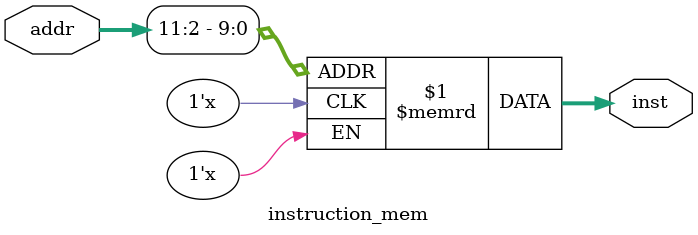
<source format=v>
module instruction_mem (
    input [31:0] addr,
    output [31:0] inst
);
    reg [31:0] RAM [0:1023];
    assign inst = RAM[addr[11:2]];
endmodule
</source>
